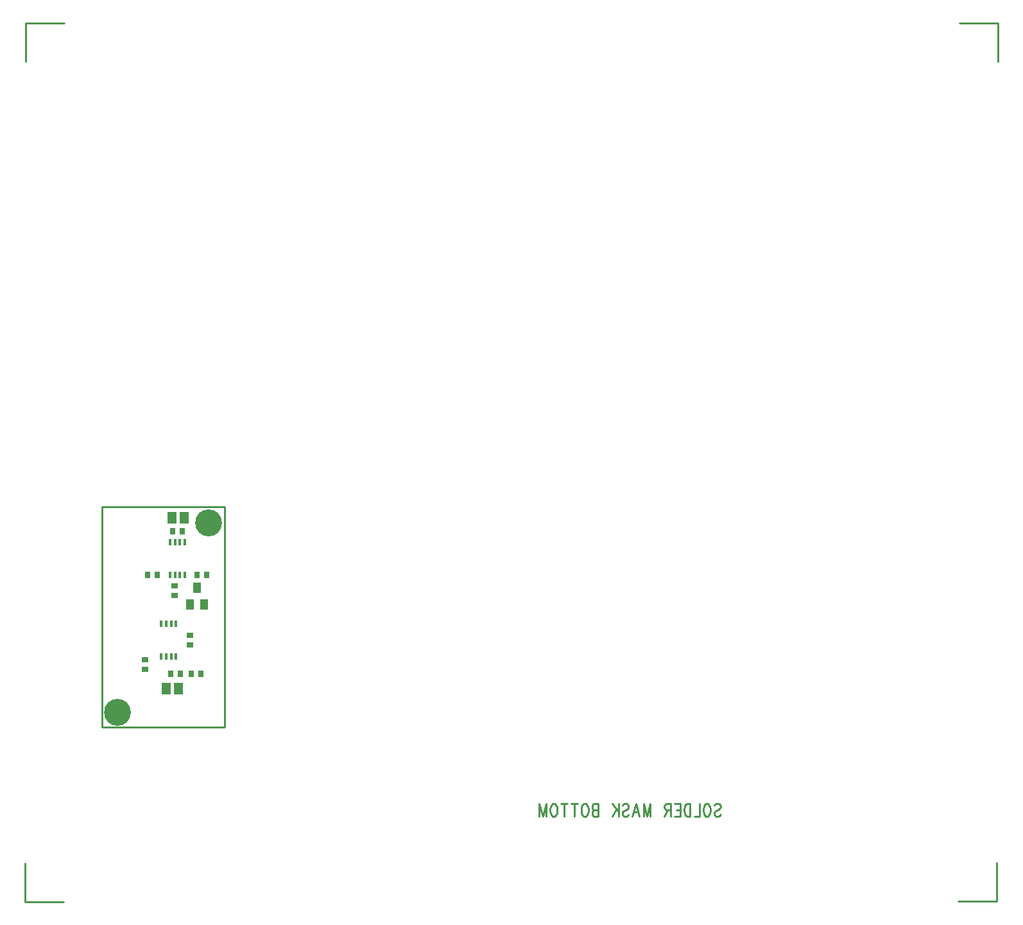
<source format=gbr>
*
*
G04 PADS 9.5 Build Number: 522968 generated Gerber (RS-274-X) file*
G04 PC Version=2.1*
*
%IN "UDA_7.pcb"*%
*
%MOIN*%
*
%FSLAX35Y35*%
*
*
*
*
G04 PC Standard Apertures*
*
*
G04 Thermal Relief Aperture macro.*
%AMTER*
1,1,$1,0,0*
1,0,$1-$2,0,0*
21,0,$3,$4,0,0,45*
21,0,$3,$4,0,0,135*
%
*
*
G04 Annular Aperture macro.*
%AMANN*
1,1,$1,0,0*
1,0,$2,0,0*
%
*
*
G04 Odd Aperture macro.*
%AMODD*
1,1,$1,0,0*
1,0,$1-0.005,0,0*
%
*
*
G04 PC Custom Aperture Macros*
*
*
*
*
*
*
G04 PC Aperture Table*
*
%ADD010C,0.001*%
%ADD011C,0.01*%
%ADD090R,0.037X0.026*%
%ADD131C,0.1398*%
%ADD137R,0.026X0.037*%
%ADD139R,0.01775X0.03743*%
%ADD140R,0.04531X0.05909*%
%ADD141R,0.04137X0.05712*%
*
*
*
*
G04 PC Circuitry*
G04 Layer Name UDA_7.pcb - circuitry*
%LPD*%
*
*
G04 PC Custom Flashes*
G04 Layer Name UDA_7.pcb - flashes*
%LPD*%
*
*
G04 PC Circuitry*
G04 Layer Name UDA_7.pcb - circuitry*
%LPD*%
*
G54D10*
G54D11*
G01X2105283Y1421924D02*
X2105737Y1422549D01*
X2106419Y1422862*
X2107328*
X2108010Y1422549*
X2108465Y1421924*
Y1421299*
X2108237Y1420674*
X2108010Y1420362*
X2107555Y1420049*
X2106192Y1419424*
X2105737Y1419112*
X2105510Y1418799*
X2105283Y1418174*
Y1417237*
X2105737Y1416612*
X2106419Y1416299*
X2107328*
X2108010Y1416612*
X2108465Y1417237*
X2101874Y1422862D02*
X2102328Y1422549D01*
X2102783Y1421924*
X2103010Y1421299*
X2103237Y1420362*
Y1418799*
X2103010Y1417862*
X2102783Y1417237*
X2102328Y1416612*
X2101874Y1416299*
X2100965*
X2100510Y1416612*
X2100055Y1417237*
X2099828Y1417862*
X2099601Y1418799*
Y1420362*
X2099828Y1421299*
X2100055Y1421924*
X2100510Y1422549*
X2100965Y1422862*
X2101874*
X2097555D02*
Y1416299D01*
X2094828*
X2092783Y1422862D02*
Y1416299D01*
Y1422862D02*
X2091192D01*
X2090510Y1422549*
X2090055Y1421924*
X2089828Y1421299*
X2089601Y1420362*
Y1418799*
X2089828Y1417862*
X2090055Y1417237*
X2090510Y1416612*
X2091192Y1416299*
X2092783*
X2087555Y1422862D02*
Y1416299D01*
Y1422862D02*
X2084601D01*
X2087555Y1419737D02*
X2085737D01*
X2087555Y1416299D02*
X2084601D01*
X2082555Y1422862D02*
Y1416299D01*
Y1422862D02*
X2080510D01*
X2079828Y1422549*
X2079601Y1422237*
X2079374Y1421612*
Y1420987*
X2079601Y1420362*
X2079828Y1420049*
X2080510Y1419737*
X2082555*
X2080965D02*
X2079374Y1416299D01*
X2072101Y1422862D02*
Y1416299D01*
Y1422862D02*
X2070283Y1416299D01*
X2068465Y1422862D02*
X2070283Y1416299D01*
X2068465Y1422862D02*
Y1416299D01*
X2064601Y1422862D02*
X2066419Y1416299D01*
X2064601Y1422862D02*
X2062783Y1416299D01*
X2065737Y1418487D02*
X2063465D01*
X2057555Y1421924D02*
X2058010Y1422549D01*
X2058692Y1422862*
X2059601*
X2060283Y1422549*
X2060737Y1421924*
Y1421299*
X2060510Y1420674*
X2060283Y1420362*
X2059828Y1420049*
X2058465Y1419424*
X2058010Y1419112*
X2057783Y1418799*
X2057555Y1418174*
Y1417237*
X2058010Y1416612*
X2058692Y1416299*
X2059601*
X2060283Y1416612*
X2060737Y1417237*
X2055510Y1422862D02*
Y1416299D01*
X2052328Y1422862D02*
X2055510Y1418487D01*
X2054374Y1420049D02*
X2052328Y1416299D01*
X2045055Y1422862D02*
Y1416299D01*
Y1422862D02*
X2043010D01*
X2042328Y1422549*
X2042101Y1422237*
X2041874Y1421612*
Y1420987*
X2042101Y1420362*
X2042328Y1420049*
X2043010Y1419737*
X2045055D02*
X2043010D01*
X2042328Y1419424*
X2042101Y1419112*
X2041874Y1418487*
Y1417549*
X2042101Y1416924*
X2042328Y1416612*
X2043010Y1416299*
X2045055*
X2038465Y1422862D02*
X2038919Y1422549D01*
X2039374Y1421924*
X2039601Y1421299*
X2039828Y1420362*
Y1418799*
X2039601Y1417862*
X2039374Y1417237*
X2038919Y1416612*
X2038465Y1416299*
X2037555*
X2037101Y1416612*
X2036646Y1417237*
X2036419Y1417862*
X2036192Y1418799*
Y1420362*
X2036419Y1421299*
X2036646Y1421924*
X2037101Y1422549*
X2037555Y1422862*
X2038465*
X2032555D02*
Y1416299D01*
X2034146Y1422862D02*
X2030965D01*
X2027328D02*
Y1416299D01*
X2028919Y1422862D02*
X2025737D01*
X2022328D02*
X2022783Y1422549D01*
X2023237Y1421924*
X2023465Y1421299*
X2023692Y1420362*
Y1418799*
X2023465Y1417862*
X2023237Y1417237*
X2022783Y1416612*
X2022328Y1416299*
X2021419*
X2020965Y1416612*
X2020510Y1417237*
X2020283Y1417862*
X2020055Y1418799*
Y1420362*
X2020283Y1421299*
X2020510Y1421924*
X2020965Y1422549*
X2021419Y1422862*
X2022328*
X2018010D02*
Y1416299D01*
Y1422862D02*
X2016192Y1416299D01*
X2014374Y1422862D02*
X2016192Y1416299D01*
X2014374Y1422862D02*
Y1416299D01*
X1787425Y1462776D02*
Y1576949D01*
X1850811*
Y1462776*
X1787425*
X1767520Y1828110D02*
X1747520D01*
Y1808110*
X1747441Y1391890D02*
Y1371890D01*
X1767441*
X2232087Y1372205D02*
X2252087D01*
Y1392205*
X2252559Y1808031D02*
Y1828031D01*
X2232559*
G54D90*
X1833117Y1510156D03*
Y1505195D03*
X1809741Y1492513D03*
Y1497473D03*
X1825090Y1531106D03*
Y1536066D03*
G54D131*
X1842616Y1568670D03*
X1795299Y1470453D03*
G54D137*
X1828044Y1490396D03*
X1823083D03*
X1810884Y1541500D03*
X1815845D03*
X1838694Y1490396D03*
X1833733D03*
X1841631Y1541472D03*
X1836670D03*
X1824118Y1564154D03*
X1829079D03*
G54D139*
X1830240Y1541457D03*
X1827681D03*
X1825122D03*
X1822563D03*
Y1558504D03*
X1825122D03*
X1827681D03*
X1830240D03*
X1825713Y1499134D03*
X1823154D03*
X1820594D03*
X1818035D03*
Y1516181D03*
X1820594D03*
X1823154D03*
X1825713D03*
G54D140*
X1820630Y1482616D03*
X1826929D03*
X1823646Y1571437D03*
X1829945D03*
G54D141*
X1840448Y1526296D03*
X1832968D03*
X1836708Y1534957D03*
X0Y0D02*
M02*

</source>
